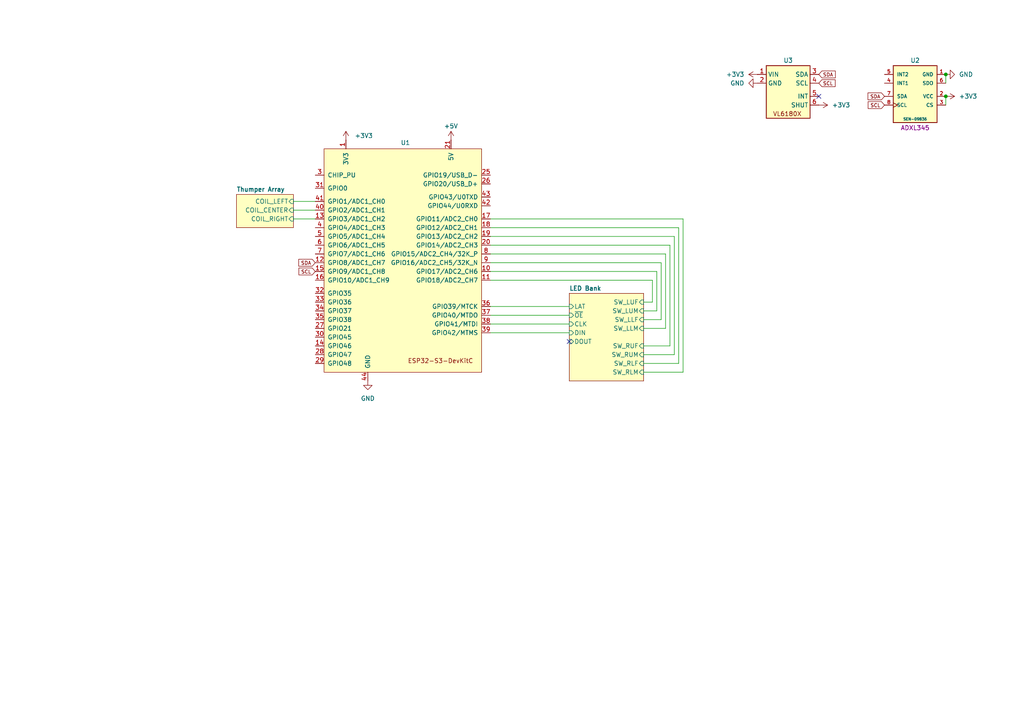
<source format=kicad_sch>
(kicad_sch (version 20250114) (generator "eeschema") (generator_version "9.0")
  (paper "A4")
  (lib_symbols
    (symbol "Pinball-Custom-Components:ESP32-S3-DevKitC" (pin_names (offset 1.016))
      (property "Reference" "U" (at -0.762 40.894 0))
      (symbol "ESP32-S3-DevKitC_0_0"
        (text "ESP32-S3-DevKitC" (at 10.922 -22.098 0) (effects (font (size 1.27 1.27))))
        (pin bidirectional line (at -25.4 24.13 0) (length 2.54) (name "GPIO1/ADC1_CH0") (number "41"))
        (pin bidirectional line (at -25.4 21.59 0) (length 2.54) (name "GPIO2/ADC1_CH1") (number "40"))
        (pin bidirectional line (at -25.4 -17.78 0) (length 2.54) (name "GPIO46") (number "14"))
        (pin power_in line (at -10.16 -27.94 90) (length 2.54) (name "GND") (number "44"))
        (pin bidirectional line (at 25.4 25.4 180) (length 2.54) (name "GPIO43/U0TXD") (number "43"))
        (pin bidirectional line (at 25.4 22.86 180) (length 2.54) (name "GPIO44/U0RXD") (number "42"))
        (pin bidirectional line (at 25.4 13.97 180) (length 2.54) (name "GPIO13/ADC2_CH2") (number "19"))
        (pin bidirectional line (at 25.4 -13.97 180) (length 2.54) (name "GPIO42/MTMS") (number "39"))
      )
      (symbol "ESP32-S3-DevKitC_0_1"
        (rectangle (start -22.86 39.37) (end 22.86 -25.4) (fill (type background)))
        (pin passive line (at -16.51 41.91 270) (length 2.54) (hide yes) (name "3V3") (number "2"))
      )
      (symbol "ESP32-S3-DevKitC_1_1"
        (pin input line (at -25.4 31.75 0) (length 2.54) (name "CHIP_PU") (number "3"))
        (pin bidirectional line (at -25.4 27.94 0) (length 2.54) (name "GPIO0") (number "31"))
        (pin bidirectional line (at -25.4 19.05 0) (length 2.54) (name "GPIO3/ADC1_CH2") (number "13"))
        (pin bidirectional line (at -25.4 16.51 0) (length 2.54) (name "GPIO4/ADC1_CH3") (number "4"))
        (pin bidirectional line (at -25.4 13.97 0) (length 2.54) (name "GPIO5/ADC1_CH4") (number "5"))
        (pin bidirectional line (at -25.4 11.43 0) (length 2.54) (name "GPIO6/ADC1_CH5") (number "6"))
        (pin bidirectional line (at -25.4 8.89 0) (length 2.54) (name "GPIO7/ADC1_CH6") (number "7"))
        (pin bidirectional line (at -25.4 6.35 0) (length 2.54) (name "GPIO8/ADC1_CH7") (number "12"))
        (pin bidirectional line (at -25.4 3.81 0) (length 2.54) (name "GPIO9/ADC1_CH8") (number "15"))
        (pin bidirectional line (at -25.4 1.27 0) (length 2.54) (name "GPIO10/ADC1_CH9") (number "16"))
        (pin bidirectional line (at -25.4 -2.54 0) (length 2.54) (name "GPIO35") (number "32"))
        (pin bidirectional line (at -25.4 -5.08 0) (length 2.54) (name "GPIO36") (number "33"))
        (pin bidirectional line (at -25.4 -7.62 0) (length 2.54) (name "GPIO37") (number "34"))
        (pin bidirectional line (at -25.4 -10.16 0) (length 2.54) (name "GPIO38") (number "35"))
        (pin bidirectional line (at -25.4 -12.7 0) (length 2.54) (name "GPIO21") (number "27"))
        (pin bidirectional line (at -25.4 -15.24 0) (length 2.54) (name "GPIO45") (number "30"))
        (pin bidirectional line (at -25.4 -20.32 0) (length 2.54) (name "GPIO47") (number "28"))
        (pin bidirectional line (at -25.4 -22.86 0) (length 2.54) (name "GPIO48") (number "29"))
        (pin power_out line (at -16.51 41.91 270) (length 2.54) (name "3V3") (number "1"))
        (pin passive line (at -10.16 -27.94 90) (length 2.54) (hide yes) (name "GND") (number "22"))
        (pin passive line (at -10.16 -27.94 90) (length 2.54) (hide yes) (name "GND") (number "23"))
        (pin passive line (at -10.16 -27.94 90) (length 2.54) (hide yes) (name "GND") (number "24"))
        (pin power_in line (at 13.97 41.91 270) (length 2.54) (name "5V") (number "21"))
        (pin bidirectional line (at 25.4 31.75 180) (length 2.54) (name "GPIO19/USB_D-") (number "25"))
        (pin bidirectional line (at 25.4 29.21 180) (length 2.54) (name "GPIO20/USB_D+") (number "26"))
        (pin bidirectional line (at 25.4 19.05 180) (length 2.54) (name "GPIO11/ADC2_CH0") (number "17"))
        (pin bidirectional line (at 25.4 16.51 180) (length 2.54) (name "GPIO12/ADC2_CH1") (number "18"))
        (pin bidirectional line (at 25.4 11.43 180) (length 2.54) (name "GPIO14/ADC2_CH3") (number "20"))
        (pin bidirectional line (at 25.4 8.89 180) (length 2.54) (name "GPIO15/ADC2_CH4/32K_P") (number "8"))
        (pin bidirectional line (at 25.4 6.35 180) (length 2.54) (name "GPIO16/ADC2_CH5/32K_N") (number "9"))
        (pin bidirectional line (at 25.4 3.81 180) (length 2.54) (name "GPIO17/ADC2_CH6") (number "10"))
        (pin bidirectional line (at 25.4 1.27 180) (length 2.54) (name "GPIO18/ADC2_CH7") (number "11"))
        (pin bidirectional line (at 25.4 -6.35 180) (length 2.54) (name "GPIO39/MTCK") (number "36"))
        (pin bidirectional line (at 25.4 -8.89 180) (length 2.54) (name "GPIO40/MTDO") (number "37"))
        (pin bidirectional line (at 25.4 -11.43 180) (length 2.54) (name "GPIO41/MTDI") (number "38"))
      )
    )
    (symbol "Pinball-Custom-Components:SEN-09836" (pin_names (offset 1.016))
      (property "Reference" "U" (at -4.572 13.208 0))
      (property "Value" "SEN-09836" (at -7.112 -3.048 0))
      (property "Description_1" "ADXL345" (at -3.81 -1.778 0))
      (symbol "SEN-09836_0_0"
        (pin power_in line (at -12.7 10.16 0) (length 2.54) (name "GND") (number "1"))
        (pin output line (at -12.7 7.62 0) (length 2.54) (name "SDO") (number "6"))
        (pin power_in line (at -12.7 3.81 0) (length 2.54) (name "VCC") (number "2"))
        (pin input line (at -12.7 1.27 0) (length 2.54) (name "CS") (number "3"))
        (pin output line (at 5.08 10.16 180) (length 2.54) (name "INT2") (number "5"))
        (pin output line (at 5.08 7.62 180) (length 2.54) (name "INT1") (number "4"))
        (pin bidirectional line (at 5.08 3.81 180) (length 2.54) (name "SDA") (number "7"))
        (pin input clock (at 5.08 1.27 180) (length 2.54) (name "SCL") (number "8"))
      )
      (symbol "SEN-09836_1_0"
        (rectangle (start -10.16 12.7) (end 2.54 -3.81) (stroke (width 0.254)) (fill (type background)))
      )
    )
    (symbol "Pinball-Custom-Components:VL6180X"
      (property "Reference" "U" (at 5.08 0 0))
      (symbol "VL6180X_0_1"
        (rectangle (start -1.27 -1.27) (end 11.43 -16.51) (stroke (width 0.254)) (fill (type background)))
      )
      (symbol "VL6180X_1_1"
        (text "VL6180X" (at 4.826 -15.24 0) (effects (font (size 1.27 1.27))))
        (pin power_in line (at -3.81 -3.81 0) (length 2.54) (name "VIN") (number "1"))
        (pin passive line (at -3.81 -6.35 0) (length 2.54) (name "GND") (number "2"))
        (pin bidirectional line (at 13.97 -3.81 180) (length 2.54) (name "SDA") (number "3"))
        (pin input line (at 13.97 -6.35 180) (length 2.54) (name "SCL") (number "4"))
        (pin output line (at 13.97 -10.16 180) (length 2.54) (name "INT") (number "5"))
        (pin input line (at 13.97 -12.7 180) (length 2.54) (name "SHUT") (number "6"))
      )
    )
    (symbol "power:+3V3" (power) (pin_numbers (hide yes)) (pin_names (offset 0) (hide yes))
      (property "Value" "+3V3" (at 0 3.556 0))
      (symbol "+3V3_0_1"
        (polyline (pts (xy -0.762 1.27) (xy 0 2.54)))
        (polyline (pts (xy 0 2.54) (xy 0.762 1.27)))
        (polyline (pts (xy 0 0) (xy 0 2.54)))
      )
      (symbol "+3V3_1_1"
        (pin power_in line (at 0 0 90) (length 0) (name "~") (number "1"))
      )
    )
    (symbol "power:+5V" (power) (pin_numbers (hide yes)) (pin_names (offset 0) (hide yes))
      (property "Value" "+5V" (at 0 3.556 0))
      (symbol "+5V_0_1"
        (polyline (pts (xy -0.762 1.27) (xy 0 2.54)))
        (polyline (pts (xy 0 2.54) (xy 0.762 1.27)))
        (polyline (pts (xy 0 0) (xy 0 2.54)))
      )
      (symbol "+5V_1_1"
        (pin power_in line (at 0 0 90) (length 0) (name "~") (number "1"))
      )
    )
    (symbol "power:GND" (power) (pin_numbers (hide yes)) (pin_names (offset 0) (hide yes))
      (property "Value" "GND" (at 0 -3.81 0))
      (symbol "GND_0_1"
        (polyline (pts (xy 0 0) (xy 0 -1.27) (xy 1.27 -1.27) (xy 0 -2.54) (xy -1.27 -1.27) (xy 0 -1.27)))
      )
      (symbol "GND_1_1"
        (pin power_in line (at 0 0 270) (length 0) (name "~") (number "1"))
      )
    )
  )
  (junction (at 274.32 21.59))
  (junction (at 274.32 27.94))
  (no_connect (at 165.1 99.06))
  (no_connect (at 237.49 27.94))
  (wire (pts (xy 142.24 68.58) (xy 195.58 68.58)))
  (wire (pts (xy 142.24 78.74) (xy 190.5 78.74)))
  (wire (pts (xy 186.69 87.63) (xy 189.23 87.63)))
  (wire (pts (xy 186.69 95.25) (xy 193.04 95.25)))
  (wire (pts (xy 186.69 92.71) (xy 191.77 92.71)))
  (wire (pts (xy 142.24 88.9) (xy 165.1 88.9)))
  (wire (pts (xy 186.69 102.87) (xy 195.58 102.87)))
  (wire (pts (xy 142.24 91.44) (xy 165.1 91.44)))
  (wire (pts (xy 190.5 78.74) (xy 190.5 90.17)))
  (wire (pts (xy 196.85 66.04) (xy 196.85 105.41)))
  (wire (pts (xy 85.09 63.5) (xy 91.44 63.5)))
  (wire (pts (xy 195.58 68.58) (xy 195.58 102.87)))
  (wire (pts (xy 142.24 81.28) (xy 189.23 81.28)))
  (wire (pts (xy 186.69 90.17) (xy 190.5 90.17)))
  (wire (pts (xy 186.69 107.95) (xy 198.12 107.95)))
  (wire (pts (xy 198.12 63.5) (xy 198.12 107.95)))
  (wire (pts (xy 191.77 76.2) (xy 191.77 92.71)))
  (wire (pts (xy 85.09 60.96) (xy 91.44 60.96)))
  (wire (pts (xy 142.24 96.52) (xy 165.1 96.52)))
  (wire (pts (xy 142.24 93.98) (xy 165.1 93.98)))
  (wire (pts (xy 142.24 71.12) (xy 194.31 71.12)))
  (wire (pts (xy 274.32 21.59) (xy 274.32 24.13)))
  (wire (pts (xy 142.24 76.2) (xy 191.77 76.2)))
  (wire (pts (xy 85.09 58.42) (xy 91.44 58.42)))
  (wire (pts (xy 142.24 73.66) (xy 193.04 73.66)))
  (wire (pts (xy 186.69 105.41) (xy 196.85 105.41)))
  (wire (pts (xy 142.24 66.04) (xy 196.85 66.04)))
  (wire (pts (xy 193.04 73.66) (xy 193.04 95.25)))
  (wire (pts (xy 194.31 71.12) (xy 194.31 100.33)))
  (wire (pts (xy 142.24 63.5) (xy 198.12 63.5)))
  (wire (pts (xy 189.23 81.28) (xy 189.23 87.63)))
  (wire (pts (xy 186.69 100.33) (xy 194.31 100.33)))
  (wire (pts (xy 274.32 27.94) (xy 274.32 30.48)))
  (global_label "SDA" (shape input) (at 91.44 76.2 180) (effects (font (size 1.016 1.016))) (property "Intersheetrefs" "${INTERSHEET_REFS}" (effects (hide yes))))
  (global_label "SCL" (shape input) (at 256.54 30.48 180) (effects (font (size 1.016 1.016))) (property "Intersheetrefs" "${INTERSHEET_REFS}" (effects (hide yes))))
  (global_label "SCL" (shape input) (at 237.49 24.13 0) (effects (font (size 1.016 1.016))) (property "Intersheetrefs" "${INTERSHEET_REFS}" (effects (hide yes))))
  (global_label "SCL" (shape input) (at 91.44 78.74 180) (effects (font (size 1.016 1.016))) (property "Intersheetrefs" "${INTERSHEET_REFS}" (effects (hide yes))))
  (global_label "SDA" (shape input) (at 237.49 21.59 0) (effects (font (size 1.016 1.016))) (property "Intersheetrefs" "${INTERSHEET_REFS}" (effects (hide yes))))
  (global_label "SDA" (shape input) (at 256.54 27.94 180) (effects (font (size 1.016 1.016))) (property "Intersheetrefs" "${INTERSHEET_REFS}" (effects (hide yes))))
  (symbol (lib_id "power:+3V3") (at 237.49 30.48 270) (unit 1)
    (property "Reference" "#PWR024" (effects (hide yes)))
    (property "Value" "+3V3" (at 241.3 30.4799 90) (effects (justify left)))
    (property "Description" "Power symbol creates a global label with name \"+3V3\"" (effects (hide yes)))
  )
  (symbol (lib_id "power:GND") (at 219.71 24.13 270) (unit 1)
    (property "Reference" "#PWR06" (effects (hide yes)))
    (property "Value" "GND" (at 215.9 24.1299 90) (effects (justify right)))
    (property "Description" "Power symbol creates a global label with name \"GND\" , ground" (effects (hide yes)))
  )
  (symbol (lib_id "Pinball-Custom-Components:ESP32-S3-DevKitC") (at 116.84 82.55 0) (unit 1)
    (property "Reference" "U1" (at 117.602 41.402 0))
    (property "Value" "ESP32-S3" (effects (hide yes)))
    (property "Footprint" "Pinball_Custom_Components:ESP32-S3-DevKitC" (effects (hide yes)))
  )
  (symbol (lib_id "power:+3V3") (at 274.32 27.94 270) (mirror x) (unit 1)
    (property "Reference" "#PWR05" (effects (hide yes)))
    (property "Value" "+3V3" (at 278.13 27.9399 90) (effects (justify left)))
    (property "Description" "Power symbol creates a global label with name \"+3V3\"" (effects (hide yes)))
  )
  (symbol (lib_id "Pinball-Custom-Components:SEN-09836") (at 261.62 31.75 0) (mirror y) (unit 1)
    (property "Reference" "U2" (at 265.43 17.526 0))
    (property "Value" "SEN-09836" (at 265.43 34.544 0) (effects (font (size 0.762 0.762))))
    (property "Footprint" "Pinball_Custom_Components:SEN-09836 (ADXL345 Dev Board)" (effects (hide yes)))
    (property "Description_1" "ADXL345" (at 265.43 37.084 0))
  )
  (symbol (lib_id "power:+5V") (at 130.81 40.64 0) (unit 1)
    (property "Reference" "#PWR02" (effects (hide yes)))
    (property "Value" "+5V" (at 130.81 36.576 0))
    (property "Description" "Power symbol creates a global label with name \"+5V\"" (effects (hide yes)))
  )
  (symbol (lib_id "power:+3V3") (at 219.71 21.59 90) (unit 1)
    (property "Reference" "#PWR07" (effects (hide yes)))
    (property "Value" "+3V3" (at 215.9 21.5899 90) (effects (justify left)))
    (property "Description" "Power symbol creates a global label with name \"+3V3\"" (effects (hide yes)))
  )
  (symbol (lib_id "power:GND") (at 274.32 21.59 90) (mirror x) (unit 1)
    (property "Reference" "#PWR04" (effects (hide yes)))
    (property "Value" "GND" (at 278.13 21.5899 90) (effects (justify right)))
    (property "Description" "Power symbol creates a global label with name \"GND\" , ground" (effects (hide yes)))
  )
  (symbol (lib_id "power:GND") (at 106.68 110.49 0) (unit 1)
    (property "Reference" "#PWR03" (effects (hide yes)))
    (property "Value" "GND" (at 106.68 115.57 0))
    (property "Description" "Power symbol creates a global label with name \"GND\" , ground" (effects (hide yes)))
  )
  (symbol (lib_id "Pinball-Custom-Components:VL6180X") (at 223.52 17.78 0) (unit 1)
    (property "Reference" "U3" (at 228.6 17.526 0))
    (property "Value" "VL8160X" (effects (hide yes)))
    (property "Footprint" "Pinball_Custom_Components:B6B-XH-A" (effects (hide yes)))
  )
  (symbol (lib_id "power:+3V3") (at 100.33 40.64 0) (unit 1)
    (property "Reference" "#PWR01" (effects (hide yes)))
    (property "Value" "+3V3" (at 102.87 39.3699 0) (effects (justify left)))
    (property "Description" "Power symbol creates a global label with name \"+3V3\"" (effects (hide yes)))
  )
  (sheet (at 68.58 56.388) (size 16.51 9.652) (stroke (width 0.1524)) (fill (color 255 255 194 1.0000))
    (property "Sheetname" "Thumper Array" (at 68.58 55.6764 0) (effects (font (thickness 0.254) (bold yes)) (justify left bottom)))
    (property "Sheetfile" "thumper_array.kicad_sch" (effects (hide yes)))
    (pin "COIL_LEFT" input (at 85.09 58.42 0))
    (pin "COIL_CENTER" input (at 85.09 60.96 0))
    (pin "COIL_RIGHT" input (at 85.09 63.5 0))
  )
  (sheet (at 165.1 85.09) (size 21.59 25.4) (stroke (width 0.1524)) (fill (color 255 255 194 1.0000))
    (property "Sheetname" "LED Bank" (at 165.1 84.3784 0) (effects (font (thickness 0.254) (bold yes)) (justify left bottom)))
    (property "Sheetfile" "led_bank.kicad_sch" (effects (hide yes)))
    (pin "SW_RUF" input (at 186.69 100.33 0))
    (pin "SW_LUF" input (at 186.69 87.63 0))
    (pin "LAT" input (at 165.1 88.9 180))
    (pin "SW_LLM" input (at 186.69 95.25 0))
    (pin "CLK" input (at 165.1 93.98 180))
    (pin "SW_RLM" input (at 186.69 107.95 0))
    (pin "SW_RUM" input (at 186.69 102.87 0))
    (pin "SW_LLF" input (at 186.69 92.71 0))
    (pin "SW_RLF" input (at 186.69 105.41 0))
    (pin "SW_LUM" input (at 186.69 90.17 0))
    (pin "DIN" input (at 165.1 96.52 180))
    (pin "DOUT" input (at 165.1 99.06 180))
    (pin "~{OE}" input (at 165.1 91.44 180))
  )
)
</source>
